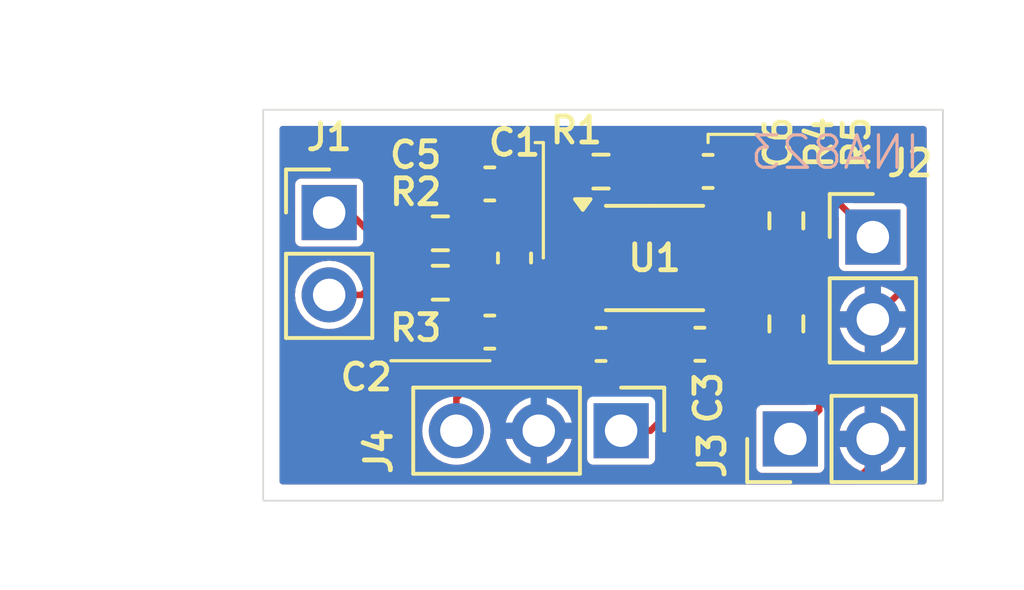
<source format=kicad_pcb>
(kicad_pcb (version 20240108) (generator "pcbnew") (generator_version "8.0")
  (layers (0 "F.Cu" signal) (31 "B.Cu" signal) (34 "B.Paste" user) (35 "F.Paste" user) (36 "B.SilkS" user "B.Silkscreen") (37 "F.SilkS" user "F.Silkscreen") (38 "B.Mask" user) (39 "F.Mask" user) (44 "Edge.Cuts" user))
  (net 0 "")
  (net 1 "Net-(U1--)")
  (net 2 "Net-(U1-+)")
  (net 3 "0")
  (net 4 "+5VA")
  (net 5 "-5VA")
  (net 6 "OUT")
  (net 7 "Net-(R1-Pad2)")
  (net 8 "Net-(R1-Pad1)")
  (net 9 "IN-")
  (net 10 "IN+")
  (net 11 "Net-(U1-OUT)")
  (net 12 "REF")
  (footprint "Capacitor_SMD:C_0603_1608Metric" (layer "F.Cu") (at 143.637 98.43 -90)
    (property "Reference" "C1" (at -3.561 0 180) (layer "F.SilkS") (effects (font (size 0.8 0.8))))
    (property "Value" "22pF")
    (fp_line (start -0.14058 0.51) (end 0.14058 0.51) (stroke (width 0.12)) (layer "F.SilkS"))
    (fp_line (start -0.14058 -0.51) (end 0.14058 -0.51) (stroke (width 0.12)) (layer "F.SilkS"))
    (pad "1" smd roundrect (at -0.775 0 270) (size 0.9 0.95) (layers "F.Cu" "F.Paste" "F.Mask") (net 1 "Net-(U1--)"))
    (pad "2" smd roundrect (at 0.775 0 270) (size 0.9 0.95) (layers "F.Cu" "F.Paste" "F.Mask") (net 2 "Net-(U1-+)"))
  )
  (footprint "Resistor_SMD:R_0603_1608Metric" (layer "F.Cu") (at 141.351 99.192)
    (property "Reference" "R3" (at -0.762 1.392 0) (layer "F.SilkS") (effects (font (size 0.8 0.8))))
    (property "Value" "10k")
    (fp_line (start -0.237258 -0.5225) (end 0.237258 -0.5225) (stroke (width 0.12)) (layer "F.SilkS"))
    (fp_line (start -0.237258 0.5225) (end 0.237258 0.5225) (stroke (width 0.12)) (layer "F.SilkS"))
    (pad "1" smd roundrect (at -0.825 0) (size 0.8 0.95) (layers "F.Cu" "F.Paste" "F.Mask") (net 10 "IN+"))
    (pad "2" smd roundrect (at 0.825 0) (size 0.8 0.95) (layers "F.Cu" "F.Paste" "F.Mask") (net 2 "Net-(U1-+)"))
  )
  (footprint "Capacitor_SMD:C_0603_1608Metric" (layer "F.Cu") (at 142.875 100.716)
    (property "Reference" "C2" (at -3.81 1.392 0) (layer "F.SilkS") (effects (font (size 0.8 0.8))))
    (property "Value" "22pF")
    (fp_line (start -0.14058 -0.51) (end 0.14058 -0.51) (stroke (width 0.12)) (layer "F.SilkS"))
    (fp_line (start -0.14058 0.51) (end 0.14058 0.51) (stroke (width 0.12)) (layer "F.SilkS"))
    (pad "1" smd roundrect (at -0.775 0) (size 0.9 0.95) (layers "F.Cu" "F.Paste" "F.Mask") (net 2 "Net-(U1-+)"))
    (pad "2" smd roundrect (at 0.775 0) (size 0.9 0.95) (layers "F.Cu" "F.Paste" "F.Mask") (net 3 "0"))
  )
  (footprint "Resistor_SMD:R_0603_1608Metric" (layer "F.Cu") (at 146.304 95.763)
    (property "Reference" "R1" (at -0.762 -1.275 0) (layer "F.SilkS") (effects (font (size 0.8 0.8))))
    (property "Value" "499R")
    (fp_line (start -0.237258 -0.5225) (end 0.237258 -0.5225) (stroke (width 0.12)) (layer "F.SilkS"))
    (fp_line (start -0.237258 0.5225) (end 0.237258 0.5225) (stroke (width 0.12)) (layer "F.SilkS"))
    (pad "1" smd roundrect (at -0.825 0) (size 0.8 0.95) (layers "F.Cu" "F.Paste" "F.Mask") (net 8 "Net-(R1-Pad1)"))
    (pad "2" smd roundrect (at 0.825 0) (size 0.8 0.95) (layers "F.Cu" "F.Paste" "F.Mask") (net 7 "Net-(R1-Pad2)"))
  )
  (footprint "Connector_PinHeader_2.54mm:PinHeader_1x02_P2.54mm_Vertical" (layer "F.Cu") (at 152.141 104.013 90)
    (property "Reference" "J3" (at -0.508 -2.408 90) (layer "F.SilkS") (effects (font (size 0.8 0.8))))
    (property "Value" "Conn_01x02")
    (fp_line (start -1.33 -1.33) (end 0 -1.33) (stroke (width 0.12)) (layer "F.SilkS"))
    (fp_line (start -1.33 0) (end -1.33 -1.33) (stroke (width 0.12)) (layer "F.SilkS"))
    (fp_line (start 1.33 1.27) (end 1.33 3.87) (stroke (width 0.12)) (layer "F.SilkS"))
    (fp_line (start -1.33 1.27) (end 1.33 1.27) (stroke (width 0.12)) (layer "F.SilkS"))
    (fp_line (start -1.33 1.27) (end -1.33 3.87) (stroke (width 0.12)) (layer "F.SilkS"))
    (fp_line (start -1.33 3.87) (end 1.33 3.87) (stroke (width 0.12)) (layer "F.SilkS"))
    (pad "1" thru_hole rect (at 0 0 90) (size 1.7 1.7) (drill 1) (layers "*.Cu" "*.Mask") (net 12 "REF"))
    (pad "2" thru_hole oval (at 0 2.54 90) (size 1.7 1.7) (drill 1) (layers "*.Cu" "*.Mask") (net 3 "0"))
  )
  (footprint "Resistor_SMD:R_0603_1608Metric" (layer "F.Cu") (at 152.019 97.282 90)
    (property "Reference" "R4" (at 2.413 1.016 90) (layer "F.SilkS") (effects (font (size 0.8 0.8))))
    (property "Value" "10k")
    (fp_line (start -0.237258 -0.5225) (end 0.237258 -0.5225) (stroke (width 0.12)) (layer "F.SilkS"))
    (fp_line (start -0.237258 0.5225) (end 0.237258 0.5225) (stroke (width 0.12)) (layer "F.SilkS"))
    (pad "1" smd roundrect (at -0.825 0 90) (size 0.8 0.95) (layers "F.Cu" "F.Paste" "F.Mask") (net 11 "Net-(U1-OUT)"))
    (pad "2" smd roundrect (at 0.825 0 90) (size 0.8 0.95) (layers "F.Cu" "F.Paste" "F.Mask") (net 6 "OUT"))
  )
  (footprint "Resistor_SMD:R_0603_1608Metric" (layer "F.Cu") (at 152.019 100.462 90)
    (property "Reference" "R5" (at 5.593 2.159 90) (layer "F.SilkS") (effects (font (size 0.8 0.8))))
    (property "Value" "0.1")
    (fp_line (start -0.237258 -0.5225) (end 0.237258 -0.5225) (stroke (width 0.12)) (layer "F.SilkS"))
    (fp_line (start -0.237258 0.5225) (end 0.237258 0.5225) (stroke (width 0.12)) (layer "F.SilkS"))
    (pad "1" smd roundrect (at -0.825 0 90) (size 0.8 0.95) (layers "F.Cu" "F.Paste" "F.Mask") (net 3 "0"))
    (pad "2" smd roundrect (at 0.825 0 90) (size 0.8 0.95) (layers "F.Cu" "F.Paste" "F.Mask") (net 12 "REF"))
  )
  (footprint "Capacitor_SMD:C_0603_1608Metric" (layer "F.Cu") (at 142.875 96.144 180)
    (property "Reference" "C5" (at 2.286 0.894 0) (layer "F.SilkS") (effects (font (size 0.8 0.8))))
    (property "Value" "22pF")
    (fp_line (start -0.14058 0.51) (end 0.14058 0.51) (stroke (width 0.12)) (layer "F.SilkS"))
    (fp_line (start -0.14058 -0.51) (end 0.14058 -0.51) (stroke (width 0.12)) (layer "F.SilkS"))
    (pad "1" smd roundrect (at -0.775 0 180) (size 0.9 0.95) (layers "F.Cu" "F.Paste" "F.Mask") (net 3 "0"))
    (pad "2" smd roundrect (at 0.775 0 180) (size 0.9 0.95) (layers "F.Cu" "F.Paste" "F.Mask") (net 1 "Net-(U1--)"))
  )
  (footprint "Connector_PinHeader_2.54mm:PinHeader_1x03_P2.54mm_Vertical" (layer "F.Cu") (at 146.924 103.759 -90)
    (property "Reference" "J4" (at 0.635 7.478 90) (layer "F.SilkS") (effects (font (size 0.8 0.8))))
    (property "Value" "Conn_01x03")
    (fp_line (start -1.33 6.41) (end 1.33 6.41) (stroke (width 0.12)) (layer "F.SilkS"))
    (fp_line (start -1.33 1.27) (end -1.33 6.41) (stroke (width 0.12)) (layer "F.SilkS"))
    (fp_line (start -1.33 1.27) (end 1.33 1.27) (stroke (width 0.12)) (layer "F.SilkS"))
    (fp_line (start 1.33 1.27) (end 1.33 6.41) (stroke (width 0.12)) (layer "F.SilkS"))
    (fp_line (start -1.33 0) (end -1.33 -1.33) (stroke (width 0.12)) (layer "F.SilkS"))
    (fp_line (start -1.33 -1.33) (end 0 -1.33) (stroke (width 0.12)) (layer "F.SilkS"))
    (pad "1" thru_hole rect (at 0 0 270) (size 1.7 1.7) (drill 1) (layers "*.Cu" "*.Mask") (net 4 "+5VA"))
    (pad "2" thru_hole oval (at 0 2.54 270) (size 1.7 1.7) (drill 1) (layers "*.Cu" "*.Mask") (net 3 "0"))
    (pad "3" thru_hole oval (at 0 5.08 270) (size 1.7 1.7) (drill 1) (layers "*.Cu" "*.Mask") (net 5 "-5VA"))
  )
  (footprint "Connector_PinHeader_2.54mm:PinHeader_1x02_P2.54mm_Vertical" (layer "F.Cu") (at 154.686 97.785)
    (property "Reference" "J2" (at 1.143 -2.281 0) (layer "F.SilkS") (effects (font (size 0.8 0.8))))
    (property "Value" "Conn_01x02")
    (fp_line (start -1.33 -1.33) (end 0 -1.33) (stroke (width 0.12)) (layer "F.SilkS"))
    (fp_line (start -1.33 0) (end -1.33 -1.33) (stroke (width 0.12)) (layer "F.SilkS"))
    (fp_line (start -1.33 1.27) (end -1.33 3.87) (stroke (width 0.12)) (layer "F.SilkS"))
    (fp_line (start -1.33 1.27) (end 1.33 1.27) (stroke (width 0.12)) (layer "F.SilkS"))
    (fp_line (start -1.33 3.87) (end 1.33 3.87) (stroke (width 0.12)) (layer "F.SilkS"))
    (fp_line (start 1.33 1.27) (end 1.33 3.87) (stroke (width 0.12)) (layer "F.SilkS"))
    (pad "1" thru_hole rect (at 0 0) (size 1.7 1.7) (drill 1) (layers "*.Cu" "*.Mask") (net 6 "OUT"))
    (pad "2" thru_hole oval (at 0 2.54) (size 1.7 1.7) (drill 1) (layers "*.Cu" "*.Mask") (net 3 "0"))
  )
  (footprint "Resistor_SMD:R_0603_1608Metric" (layer "F.Cu") (at 141.351 97.668)
    (property "Reference" "R2" (at -0.762 -1.275 0) (layer "F.SilkS") (effects (font (size 0.8 0.8))))
    (property "Value" "10k")
    (fp_line (start -0.237258 -0.5225) (end 0.237258 -0.5225) (stroke (width 0.12)) (layer "F.SilkS"))
    (fp_line (start -0.237258 0.5225) (end 0.237258 0.5225) (stroke (width 0.12)) (layer "F.SilkS"))
    (pad "1" smd roundrect (at -0.825 0) (size 0.8 0.95) (layers "F.Cu" "F.Paste" "F.Mask") (net 9 "IN-"))
    (pad "2" smd roundrect (at 0.825 0) (size 0.8 0.95) (layers "F.Cu" "F.Paste" "F.Mask") (net 1 "Net-(U1--)"))
  )
  (footprint "Package_SO:VSSOP-8_3x3mm_P0.65mm" (layer "F.Cu") (at 147.955 98.43)
    (property "Reference" "U1" (at 0 0 0) (layer "F.SilkS") (effects (font (size 0.8 0.8))))
    (property "Value" "INA823DGK")
    (fp_line (start 0 -1.61) (end -1.5 -1.61) (stroke (width 0.12)) (layer "F.SilkS"))
    (fp_line (start 0 -1.61) (end 1.5 -1.61) (stroke (width 0.12)) (layer "F.SilkS"))
    (fp_line (start 0 1.61) (end -1.5 1.61) (stroke (width 0.12)) (layer "F.SilkS"))
    (fp_line (start 0 1.61) (end 1.5 1.61) (stroke (width 0.12)) (layer "F.SilkS"))
    (fp_poly (pts (xy -2.2125 -1.485) (xy -2.4525 -1.815) (xy -1.9725 -1.815) (xy -2.2125 -1.485)) (stroke (width 0.12)) (fill solid) (layer "F.SilkS"))
    (pad "1" smd roundrect (at -2.1125 -0.975) (size 1.625 0.5) (layers "F.Cu" "F.Paste" "F.Mask") (net 8 "Net-(R1-Pad1)"))
    (pad "2" smd roundrect (at -2.1125 -0.325) (size 1.625 0.5) (layers "F.Cu" "F.Paste" "F.Mask") (net 1 "Net-(U1--)"))
    (pad "3" smd roundrect (at -2.1125 0.325) (size 1.625 0.5) (layers "F.Cu" "F.Paste" "F.Mask") (net 2 "Net-(U1-+)"))
    (pad "4" smd roundrect (at -2.1125 0.975) (size 1.625 0.5) (layers "F.Cu" "F.Paste" "F.Mask") (net 5 "-5VA"))
    (pad "5" smd roundrect (at 2.1125 0.975) (size 1.625 0.5) (layers "F.Cu" "F.Paste" "F.Mask") (net 12 "REF"))
    (pad "6" smd roundrect (at 2.1125 0.325) (size 1.625 0.5) (layers "F.Cu" "F.Paste" "F.Mask") (net 11 "Net-(U1-OUT)"))
    (pad "7" smd roundrect (at 2.1125 -0.325) (size 1.625 0.5) (layers "F.Cu" "F.Paste" "F.Mask") (net 4 "+5VA"))
    (pad "8" smd roundrect (at 2.1125 -0.975) (size 1.625 0.5) (layers "F.Cu" "F.Paste" "F.Mask") (net 7 "Net-(R1-Pad2)"))
  )
  (footprint "Capacitor_SMD:C_0603_1608Metric" (layer "F.Cu") (at 149.606 95.758 180)
    (property "Reference" "C6" (at -2.159 0.889 90) (layer "F.SilkS") (effects (font (size 0.8 0.8))))
    (property "Value" "22p")
    (fp_line (start -0.14058 0.51) (end 0.14058 0.51) (stroke (width 0.12)) (layer "F.SilkS"))
    (fp_line (start -0.14058 -0.51) (end 0.14058 -0.51) (stroke (width 0.12)) (layer "F.SilkS"))
    (pad "1" smd roundrect (at -0.775 0 180) (size 0.9 0.95) (layers "F.Cu" "F.Paste" "F.Mask") (net 6 "OUT"))
    (pad "2" smd roundrect (at 0.775 0 180) (size 0.9 0.95) (layers "F.Cu" "F.Paste" "F.Mask") (net 3 "0"))
  )
  (footprint "Capacitor_SMD:C_0603_1608Metric" (layer "F.Cu") (at 149.352 101.092)
    (property "Reference" "C3" (at 0.254 1.651 90) (layer "F.SilkS") (effects (font (size 0.8 0.8))))
    (property "Value" "0.1uF")
    (fp_line (start -0.14058 -0.51) (end 0.14058 -0.51) (stroke (width 0.12)) (layer "F.SilkS"))
    (fp_line (start -0.14058 0.51) (end 0.14058 0.51) (stroke (width 0.12)) (layer "F.SilkS"))
    (pad "1" smd roundrect (at -0.775 0) (size 0.9 0.95) (layers "F.Cu" "F.Paste" "F.Mask") (net 4 "+5VA"))
    (pad "2" smd roundrect (at 0.775 0) (size 0.9 0.95) (layers "F.Cu" "F.Paste" "F.Mask") (net 3 "0"))
  )
  (footprint "Capacitor_SMD:C_0603_1608Metric" (layer "F.Cu") (at 146.304 101.097 180)
    (property "Reference" "C4" (hide yes))
    (property "Value" "0.1uF")
    (fp_line (start -0.14058 0.51) (end 0.14058 0.51) (stroke (width 0.12)) (layer "F.SilkS"))
    (fp_line (start -0.14058 -0.51) (end 0.14058 -0.51) (stroke (width 0.12)) (layer "F.SilkS"))
    (pad "1" smd roundrect (at -0.775 0 180) (size 0.9 0.95) (layers "F.Cu" "F.Paste" "F.Mask") (net 5 "-5VA"))
    (pad "2" smd roundrect (at 0.775 0 180) (size 0.9 0.95) (layers "F.Cu" "F.Paste" "F.Mask") (net 3 "0"))
  )
  (footprint "Connector_PinHeader_2.54mm:PinHeader_1x02_P2.54mm_Vertical" (layer "F.Cu") (at 137.922 97.028)
    (property "Reference" "J1" (at 0 -2.33 0) (layer "F.SilkS") (effects (font (size 0.8 0.8))))
    (property "Value" "Conn_01x02")
    (fp_line (start -1.33 -1.33) (end 0 -1.33) (stroke (width 0.12)) (layer "F.SilkS"))
    (fp_line (start -1.33 0) (end -1.33 -1.33) (stroke (width 0.12)) (layer "F.SilkS"))
    (fp_line (start -1.33 1.27) (end -1.33 3.87) (stroke (width 0.12)) (layer "F.SilkS"))
    (fp_line (start -1.33 1.27) (end 1.33 1.27) (stroke (width 0.12)) (layer "F.SilkS"))
    (fp_line (start -1.33 3.87) (end 1.33 3.87) (stroke (width 0.12)) (layer "F.SilkS"))
    (fp_line (start 1.33 1.27) (end 1.33 3.87) (stroke (width 0.12)) (layer "F.SilkS"))
    (pad "1" thru_hole rect (at 0 0) (size 1.7 1.7) (drill 1) (layers "*.Cu" "*.Mask") (net 9 "IN-"))
    (pad "2" thru_hole oval (at 0 2.54) (size 1.7 1.7) (drill 1) (layers "*.Cu" "*.Mask") (net 10 "IN+"))
  )
  (gr_line (start 142.875 101.6) (end 139.827 101.6) (stroke (width 0.1)) (layer "F.SilkS"))
  (gr_line (start 144.526 94.869) (end 144.526 98.425) (stroke (width 0.1)) (layer "F.SilkS"))
  (gr_line (start 149.606 94.869) (end 149.606 94.615) (stroke (width 0.1)) (layer "F.SilkS"))
  (gr_line (start 142.875 101.6) (end 142.875 101.6) (stroke (width 0.1)) (layer "F.SilkS"))
  (gr_line (start 144.272 94.869) (end 144.526 94.869) (stroke (width 0.1)) (layer "F.SilkS"))
  (gr_line (start 144.526 98.425) (end 144.526 98.425) (stroke (width 0.1)) (layer "F.SilkS"))
  (gr_line (start 149.606 94.615) (end 151.13 94.615) (stroke (width 0.1)) (layer "F.SilkS"))
  (gr_rect (start 135.89 93.853) (end 156.845 105.918) (stroke (width 0.05)) (fill none) (layer "Edge.Cuts"))
  (gr_text "INA823" (at 156.21 95.758 0) (layer "B.SilkS") (effects (font (size 1 1) (thickness 0.1)) (justify left bottom mirror)))
  (segment (start 142.176 97.668) (end 143.624 97.668) (width 0.2) (layer "F.Cu") (net 1))
  (segment (start 142.176 97.668) (end 142.176 96.22) (width 0.2) (layer "F.Cu") (net 1))
  (segment (start 145.8425 98.105) (end 145.095 98.105) (width 0.2) (layer "F.Cu") (net 1))
  (segment (start 143.624 97.668) (end 143.637 97.655) (width 0.2) (layer "F.Cu") (net 1))
  (segment (start 145.095 98.105) (end 144.645 97.655) (width 0.2) (layer "F.Cu") (net 1))
  (segment (start 142.176 96.22) (end 142.1 96.144) (width 0.2) (layer "F.Cu") (net 1))
  (segment (start 144.645 97.655) (end 143.637 97.655) (width 0.2) (layer "F.Cu") (net 1))
  (segment (start 142.176 99.192) (end 142.176 100.64) (width 0.2) (layer "F.Cu") (net 2))
  (segment (start 144.635 99.205) (end 143.637 99.205) (width 0.2) (layer "F.Cu") (net 2))
  (segment (start 143.624 99.192) (end 143.637 99.205) (width 0.2) (layer "F.Cu") (net 2))
  (segment (start 142.176 99.192) (end 143.624 99.192) (width 0.2) (layer "F.Cu") (net 2))
  (segment (start 142.176 100.64) (end 142.1 100.716) (width 0.2) (layer "F.Cu") (net 2))
  (segment (start 145.8425 98.755) (end 145.085 98.755) (width 0.2) (layer "F.Cu") (net 2))
  (segment (start 145.085 98.755) (end 144.635 99.205) (width 0.2) (layer "F.Cu") (net 2))
  (segment (start 144.785 101.097) (end 145.529 101.097) (width 0.2) (layer "F.Cu") (net 3))
  (segment (start 144.384 105.303) (end 144.399 105.318) (width 0.2) (layer "F.Cu") (net 3))
  (segment (start 154.681 104.013) (end 154.681 104.78) (width 0.2) (layer "F.Cu") (net 3))
  (segment (start 151.198 101.287) (end 152.019 101.287) (width 0.2) (layer "F.Cu") (net 3))
  (segment (start 143.65 100.716) (end 143.65 101.587) (width 0.2) (layer "F.Cu") (net 3))
  (segment (start 140.081 104.902) (end 140.497 105.318) (width 0.2) (layer "F.Cu") (net 3))
  (segment (start 140.558 102.012) (end 140.081 102.489) (width 0.2) (layer "F.Cu") (net 3))
  (segment (start 143.65 94.856) (end 143.65 96.144) (width 0.2) (layer "F.Cu") (net 3))
  (segment (start 148.831 95.758) (end 148.831 95.009) (width 0.2) (layer "F.Cu") (net 3))
  (segment (start 154.143 105.318) (end 150.749 105.318) (width 0.2) (layer "F.Cu") (net 3))
  (segment (start 150.114 105.318) (end 150.749 105.318) (width 0.2) (layer "F.Cu") (net 3))
  (segment (start 148.844 94.453) (end 144.053 94.453) (width 0.2) (layer "F.Cu") (net 3))
  (segment (start 143.65 100.716) (end 144.404 100.716) (width 0.2) (layer "F.Cu") (net 3))
  (segment (start 155.443 99.568) (end 155.448 99.568) (width 0.2) (layer "F.Cu") (net 3))
  (segment (start 144.384 103.759) (end 144.384 105.303) (width 0.2) (layer "F.Cu") (net 3))
  (segment (start 154.686 104.008) (end 154.681 104.013) (width 0.2) (layer "F.Cu") (net 3))
  (segment (start 155.286 94.453) (end 148.844 94.453) (width 0.2) (layer "F.Cu") (net 3))
  (segment (start 154.681 104.78) (end 154.143 105.318) (width 0.2) (layer "F.Cu") (net 3))
  (segment (start 140.497 105.318) (end 144.399 105.318) (width 0.2) (layer "F.Cu") (net 3))
  (segment (start 144.688 105.318) (end 150.114 105.318) (width 0.2) (layer "F.Cu") (net 3))
  (segment (start 150.127 101.092) (end 151.003 101.092) (width 0.2) (layer "F.Cu") (net 3))
  (segment (start 140.081 102.489) (end 140.081 104.902) (width 0.2) (layer "F.Cu") (net 3))
  (segment (start 144.053 94.453) (end 143.65 94.856) (width 0.2) (layer "F.Cu") (net 3))
  (segment (start 148.844 94.996) (end 148.844 94.453) (width 0.2) (layer "F.Cu") (net 3))
  (segment (start 143.65 101.587) (end 143.225 102.012) (width 0.2) (layer "F.Cu") (net 3))
  (segment (start 154.686 100.325) (end 154.686 104.008) (width 0.2) (layer "F.Cu") (net 3))
  (segment (start 144.399 105.318) (end 144.688 105.318) (width 0.2) (layer "F.Cu") (net 3))
  (segment (start 144.404 100.716) (end 144.785 101.097) (width 0.2) (layer "F.Cu") (net 3))
  (segment (start 150.127 105.305) (end 150.114 105.318) (width 0.2) (layer "F.Cu") (net 3))
  (segment (start 154.686 100.325) (end 155.443 99.568) (width 0.2) (layer "F.Cu") (net 3))
  (segment (start 150.127 101.092) (end 150.127 105.305) (width 0.2) (layer "F.Cu") (net 3))
  (segment (start 151.003 101.092) (end 151.198 101.287) (width 0.2) (layer "F.Cu") (net 3))
  (segment (start 155.829 99.187) (end 155.829 94.996) (width 0.2) (layer "F.Cu") (net 3))
  (segment (start 148.831 95.009) (end 148.844 94.996) (width 0.2) (layer "F.Cu") (net 3))
  (segment (start 143.225 102.012) (end 140.558 102.012) (width 0.2) (layer "F.Cu") (net 3))
  (segment (start 155.448 99.568) (end 155.829 99.187) (width 0.2) (layer "F.Cu") (net 3))
  (segment (start 155.829 94.996) (end 155.286 94.453) (width 0.2) (layer "F.Cu") (net 3))
  (segment (start 148.59 102.997) (end 148.59 102.743) (width 0.2) (layer "F.Cu") (net 4))
  (segment (start 146.924 103.759) (end 147.828 103.759) (width 0.2) (layer "F.Cu") (net 4))
  (segment (start 147.828 103.759) (end 148.59 102.997) (width 0.2) (layer "F.Cu") (net 4))
  (segment (start 150.0675 98.105) (end 149.037 98.105) (width 0.2) (layer "F.Cu") (net 4))
  (segment (start 148.59 102.743) (end 148.577 102.73) (width 0.2) (layer "F.Cu") (net 4))
  (segment (start 149.037 98.105) (end 148.577 98.565) (width 0.2) (layer "F.Cu") (net 4))
  (segment (start 148.577 102.73) (end 148.577 101.092) (width 0.2) (layer "F.Cu") (net 4))
  (segment (start 148.577 98.565) (end 148.577 101.092) (width 0.2) (layer "F.Cu") (net 4))
  (segment (start 146.776 99.405) (end 147.079 99.708) (width 0.2) (layer "F.Cu") (net 5))
  (segment (start 141.844 103.759) (end 141.844 102.758) (width 0.2) (layer "F.Cu") (net 5))
  (segment (start 142.24 102.362) (end 146.812 102.362) (width 0.2) (layer "F.Cu") (net 5))
  (segment (start 147.079 102.095) (end 147.079 101.097) (width 0.2) (layer "F.Cu") (net 5))
  (segment (start 146.812 102.362) (end 147.079 102.095) (width 0.2) (layer "F.Cu") (net 5))
  (segment (start 145.8425 99.405) (end 146.776 99.405) (width 0.2) (layer "F.Cu") (net 5))
  (segment (start 147.079 99.708) (end 147.079 101.097) (width 0.2) (layer "F.Cu") (net 5))
  (segment (start 141.844 102.758) (end 142.24 102.362) (width 0.2) (layer "F.Cu") (net 5))
  (segment (start 152.006 96.444) (end 152.019 96.457) (width 0.2) (layer "F.Cu") (net 6))
  (segment (start 150.381 95.758) (end 151.08 96.457) (width 0.2) (layer "F.Cu") (net 6))
  (segment (start 152.019 96.457) (end 153.358 96.457) (width 0.2) (layer "F.Cu") (net 6))
  (segment (start 151.08 96.457) (end 152.019 96.457) (width 0.2) (layer "F.Cu") (net 6))
  (segment (start 153.358 96.457) (end 154.686 97.785) (width 0.2) (layer "F.Cu") (net 6))
  (segment (start 147.62 97.455) (end 150.0675 97.455) (width 0.2) (layer "F.Cu") (net 7))
  (segment (start 147.129 95.763) (end 147.129 96.964) (width 0.2) (layer "F.Cu") (net 7))
  (segment (start 147.129 96.964) (end 147.62 97.455) (width 0.2) (layer "F.Cu") (net 7))
  (segment (start 145.479 96.457) (end 145.8425 96.8205) (width 0.2) (layer "F.Cu") (net 8))
  (segment (start 145.8425 96.8205) (end 145.8425 97.455) (width 0.2) (layer "F.Cu") (net 8))
  (segment (start 145.479 95.763) (end 145.479 96.457) (width 0.2) (layer "F.Cu") (net 8))
  (segment (start 138.557 97.028) (end 139.197 97.668) (width 0.2) (layer "F.Cu") (net 9))
  (segment (start 139.197 97.668) (end 140.526 97.668) (width 0.2) (layer "F.Cu") (net 9))
  (segment (start 137.922 97.028) (end 138.557 97.028) (width 0.2) (layer "F.Cu") (net 9))
  (segment (start 139.324 99.192) (end 140.526 99.192) (width 0.2) (layer "F.Cu") (net 10))
  (segment (start 139.319 99.187) (end 139.324 99.192) (width 0.2) (layer "F.Cu") (net 10))
  (segment (start 137.922 99.568) (end 138.938 99.568) (width 0.2) (layer "F.Cu") (net 10))
  (segment (start 138.938 99.568) (end 139.319 99.187) (width 0.2) (layer "F.Cu") (net 10))
  (segment (start 150.879999 98.755) (end 151.527999 98.107) (width 0.2) (layer "F.Cu") (net 11))
  (segment (start 150.0675 98.755) (end 150.879999 98.755) (width 0.2) (layer "F.Cu") (net 11))
  (segment (start 151.527999 98.107) (end 152.019 98.107) (width 0.2) (layer "F.Cu") (net 11))
  (segment (start 152.723 99.637) (end 153.035 99.949) (width 0.2) (layer "F.Cu") (net 12))
  (segment (start 151.221 99.405) (end 151.453 99.637) (width 0.2) (layer "F.Cu") (net 12))
  (segment (start 153.035 99.949) (end 153.035 103.119) (width 0.2) (layer "F.Cu") (net 12))
  (segment (start 150.0675 99.405) (end 151.221 99.405) (width 0.2) (layer "F.Cu") (net 12))
  (segment (start 152.019 99.637) (end 152.723 99.637) (width 0.2) (layer "F.Cu") (net 12))
  (segment (start 153.035 103.119) (end 152.141 104.013) (width 0.2) (layer "F.Cu") (net 12))
  (segment (start 151.453 99.637) (end 152.019 99.637) (width 0.2) (layer "F.Cu") (net 12))
  (zone (net 3) (net_name "0") (layers "F&B.Cu") (connect_pads (clearance 0.2)) (min_thickness 0.2) (fill yes (thermal_gap 0.2) (thermal_bridge_width 0.5))
    (polygon (pts (xy 135.89 93.853) (xy 135.89 105.918) (xy 156.845 105.918) (xy 156.845 93.853)))
  )
)
</source>
